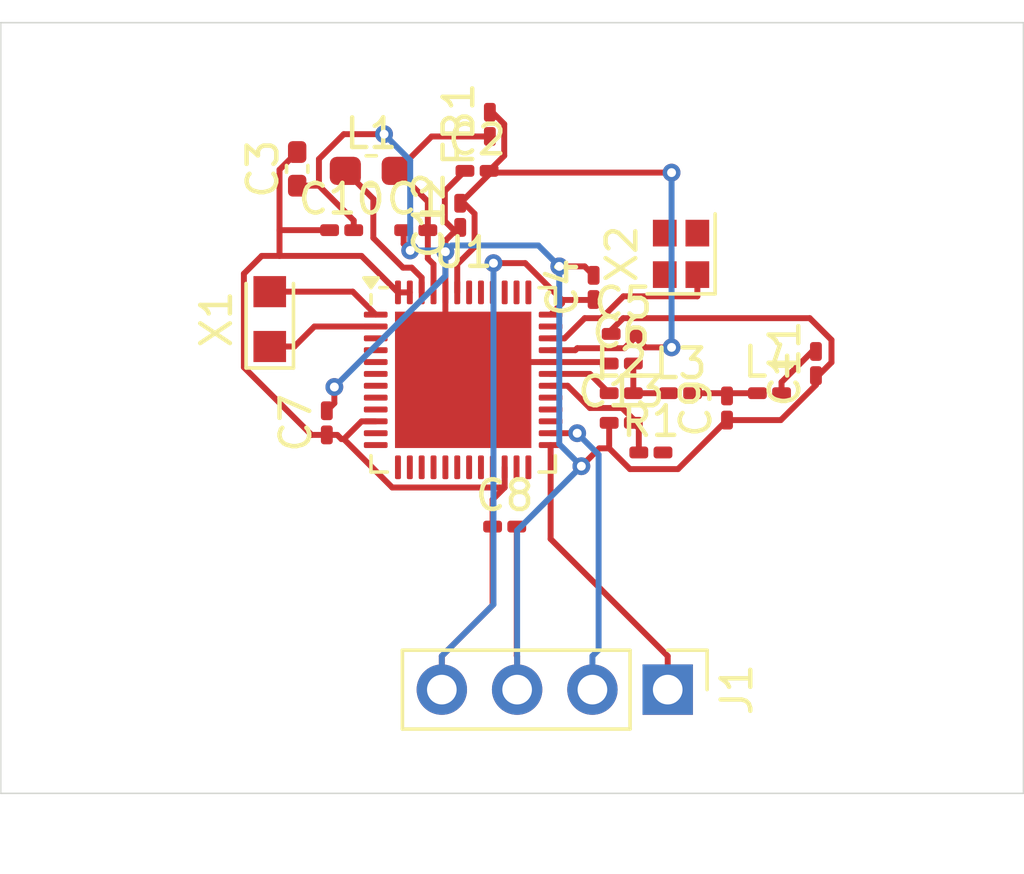
<source format=kicad_pcb>
(kicad_pcb (version 20241229) (generator "pcbnew") (generator_version "9.0")
  (layers (0 "F.Cu" signal) (2 "B.Cu" signal) (13 "F.Paste" user) (15 "B.Paste" user) (5 "F.SilkS" user "F.Silkscreen") (7 "B.SilkS" user "B.Silkscreen") (1 "F.Mask" user) (3 "B.Mask" user) (25 "Edge.Cuts" user))
  (property "ADDRESS1" "")
  (property "ADDRESS2" "")
  (property "ADDRESS3" "")
  (property "ADDRESS4" "")
  (property "APPLICATION_BUILDNUMBER" "")
  (property "APPROVEDBY" "")
  (property "AUTHOR" "=Designer")
  (property "CHECKEDBY" "")
  (property "CONFIGURATIONPARAMETERS" "")
  (property "CONFIGURATORNAME" "")
  (property "CURRENTDATE" "")
  (property "CURRENTTIME" "")
  (property "DEVICE" "nRF54L15-QFAA")
  (property "DOCUMENTFULLPATHANDNAME" "")
  (property "DOCUMENTNAME" "")
  (property "DOCUMENTNUMBER" "1")
  (property "DOCUMENTSIZE" "A4")
  (property "DRAWNBY" "=Designer")
  (property "ENGINEER" "")
  (property "IMAGEPATH" "")
  (property "ISUSERCONFIGURABLE" "")
  (property "MODIFIEDDATE" "")
  (property "ORGANIZATION" "Nordic Semiconductor")
  (property "PROJECTNAME" "=ProjectName")
  (property "REFLAYOUTTITLE" "Reference Layout")
  (property "SHEETTOTAL" "1")
  (property "SPICEMODELCACHE" "")
  (property "TIME" "")
  (property "VERSIONCONTROL_PROJFOLDERREVNUMBER" "")
  (property "VERSIONCONTROL_REVNUMBER" "")
  (net 0 "")
  (net 1 "GND")
  (net 2 "/DECD")
  (net 3 "/DECA")
  (net 4 "VDD_nRF")
  (net 5 "Net-(C6-Pad2)")
  (net 6 "Net-(C9-Pad2)")
  (net 7 "/RF")
  (net 8 "Net-(U1A-~{RESET})")
  (net 9 "/DCC")
  (net 10 "Net-(U1A-ANT)")
  (net 11 "/NRESET")
  (net 12 "/P2.06")
  (net 13 "/P1.02{slash}NFC1")
  (net 14 "/P1.05{slash}AIN1")
  (net 15 "/XC2")
  (net 16 "/P1.07{slash}AIN3")
  (net 17 "/P2.08")
  (net 18 "/P2.07")
  (net 19 "/P1.01{slash}XL2")
  (net 20 "/P1.04{slash}AIN0")
  (net 21 "/P1.00{slash}XL1")
  (net 22 "/P1.08")
  (net 23 "/P2.03")
  (net 24 "/P1.10")
  (net 25 "/P1.03{slash}NFC2")
  (net 26 "/P1.11")
  (net 27 "/P0.00")
  (net 28 "/P2.01")
  (net 29 "/P2.04")
  (net 30 "/P1.13")
  (net 31 "/P0.02")
  (net 32 "/XC1")
  (net 33 "/P2.02")
  (net 34 "/P0.03")
  (net 35 "/P2.00")
  (net 36 "/P0.04")
  (net 37 "/P1.06{slash}AIN2")
  (net 38 "/P2.10")
  (net 39 "/SWDCLK")
  (net 40 "/SWDIO")
  (net 41 "/P2.05")
  (net 42 "/P2.09")
  (net 43 "/P1.12")
  (net 44 "/P1.14")
  (net 45 "/P1.09")
  (net 46 "/P0.01")
  (footprint "Capacitor_SMD:C_0402_1005Metric_Pad0.74x0.62mm_HandSolder" (layer "F.Cu") (at 115 78.4325 90)
    (property "Reference" "C3" (at 0 -1.16 90) (layer "F.SilkS"))
    (property "Value" "10µF")
    (fp_line (start -0.115835 -0.36) (end 0.115835 -0.36) (stroke (width 0.12)) (layer "F.SilkS"))
    (fp_line (start -0.115835 0.36) (end 0.115835 0.36) (stroke (width 0.12)) (layer "F.SilkS"))
    (pad "1" smd roundrect (at -0.5675 0 90) (size 0.735 0.62) (layers "F.Cu" "F.Mask" "F.Paste") (net 1 "GND"))
    (pad "2" smd roundrect (at 0.5675 0 90) (size 0.735 0.62) (layers "F.Cu" "F.Mask" "F.Paste") (net 4 "VDD_nRF"))
  )
  (footprint "Inductor_SMD:L_0603_1608Metric_Pad1.05x0.95mm_HandSolder" (layer "F.Cu") (at 117.5 78.5)
    (property "Reference" "L1" (at -0.0025 -1.26 0) (layer "F.SilkS"))
    (property "Value" "4.7µH")
    (fp_line (start -0.171267 -0.51) (end 0.171267 -0.51) (stroke (width 0.12)) (layer "F.SilkS"))
    (fp_line (start -0.171267 0.51) (end 0.171267 0.51) (stroke (width 0.12)) (layer "F.SilkS"))
    (pad "1" smd roundrect (at -0.875 0) (size 1.05 0.95) (layers "F.Cu" "F.Mask" "F.Paste") (net 9 "/DCC"))
    (pad "2" smd roundrect (at 0.875 0) (size 1.05 0.95) (layers "F.Cu" "F.Mask" "F.Paste") (net 2 "/DECD"))
  )
  (footprint "Connector_PinHeader_2.54mm:PinHeader_1x04_P2.54mm_Vertical" (layer "F.Cu") (at 127.5 96 -90)
    (property "Reference" "J1" (at 0 -2.33 90) (layer "F.SilkS"))
    (property "Value" "Conn_01x04_Pin")
    (fp_line (start -1.33 8.95) (end 1.33 8.95) (stroke (width 0.12)) (layer "F.SilkS"))
    (fp_line (start -1.33 1.27) (end -1.33 8.95) (stroke (width 0.12)) (layer "F.SilkS"))
    (fp_line (start -1.33 1.27) (end 1.33 1.27) (stroke (width 0.12)) (layer "F.SilkS"))
    (fp_line (start 1.33 1.27) (end 1.33 8.95) (stroke (width 0.12)) (layer "F.SilkS"))
    (fp_line (start -1.33 0) (end -1.33 -1.33) (stroke (width 0.12)) (layer "F.SilkS"))
    (fp_line (start -1.33 -1.33) (end 0 -1.33) (stroke (width 0.12)) (layer "F.SilkS"))
    (pad "1" thru_hole rect (at 0 0 270) (size 1.7 1.7) (drill 1) (layers "*.Cu" "*.Mask") (net 40 "/SWDIO"))
    (pad "2" thru_hole oval (at 0 2.54 270) (size 1.7 1.7) (drill 1) (layers "*.Cu" "*.Mask") (net 39 "/SWDCLK"))
    (pad "3" thru_hole oval (at 0 5.08 270) (size 1.7 1.7) (drill 1) (layers "*.Cu" "*.Mask") (net 1 "GND"))
    (pad "4" thru_hole oval (at 0 7.62 270) (size 1.7 1.7) (drill 1) (layers "*.Cu" "*.Mask") (net 4 "VDD_nRF"))
  )
  (footprint "Capacitor_SMD:C_0201_0603Metric_Pad0.64x0.40mm_HandSolder" (layer "F.Cu") (at 122 90.5)
    (property "Reference" "C8" (at 0 -1.05 0) (layer "F.SilkS"))
    (property "Value" "100nF")
    (pad "1" smd roundrect (at -0.4075 0) (size 0.635 0.4) (layers "F.Cu" "F.Mask") (net 4 "VDD_nRF"))
    (pad "2" smd roundrect (at 0.4075 0) (size 0.635 0.4) (layers "F.Cu" "F.Mask") (net 1 "GND"))
  )
  (footprint "Crystal:Crystal_SMD_2012-2Pin_2.0x1.2mm_HandSoldering" (layer "F.Cu") (at 114.075 83.5 90)
    (property "Reference" "X1" (at 0 -1.8 90) (layer "F.SilkS"))
    (property "Value" "32.768kHz")
    (fp_line (start 1.2 -0.8) (end -1.65 -0.8) (stroke (width 0.12)) (layer "F.SilkS"))
    (fp_line (start -1.65 -0.8) (end -1.65 0.8) (stroke (width 0.12)) (layer "F.SilkS"))
    (fp_line (start -1.65 0.8) (end 1.2 0.8) (stroke (width 0.12)) (layer "F.SilkS"))
    (pad "1" smd rect (at -0.925 0 90) (size 1.05 1.1) (layers "F.Cu" "F.Mask" "F.Paste") (net 19 "/P1.01{slash}XL2"))
    (pad "2" smd rect (at 0.925 0 90) (size 1.05 1.1) (layers "F.Cu" "F.Mask" "F.Paste") (net 21 "/P1.00{slash}XL1"))
  )
  (footprint "Resistor_SMD:R_0201_0603Metric_Pad0.64x0.40mm_HandSolder" (layer "F.Cu") (at 126.9325 88)
    (property "Reference" "R1" (at 0 -1.05 0) (layer "F.SilkS"))
    (property "Value" "1k")
    (pad "1" smd roundrect (at -0.4075 0) (size 0.635 0.4) (layers "F.Cu" "F.Mask") (net 8 "Net-(U1A-~{RESET})"))
    (pad "2" smd roundrect (at 0.4075 0) (size 0.635 0.4) (layers "F.Cu" "F.Mask") (net 11 "/NRESET"))
  )
  (footprint "Capacitor_SMD:C_0201_0603Metric_Pad0.64x0.40mm_HandSolder" (layer "F.Cu") (at 126 84)
    (property "Reference" "C5" (at 0 -1.05 0) (layer "F.SilkS"))
    (property "Value" "2.2nF")
    (pad "1" smd roundrect (at -0.4075 0) (size 0.635 0.4) (layers "F.Cu" "F.Mask") (net 1 "GND"))
    (pad "2" smd roundrect (at 0.4075 0) (size 0.635 0.4) (layers "F.Cu" "F.Mask") (net 3 "/DECA"))
  )
  (footprint "Inductor_SMD:L_0201_0603Metric_Pad0.64x0.40mm_HandSolder" (layer "F.Cu") (at 130.9325 86)
    (property "Reference" "L4" (at 0 -1.05 0) (layer "F.SilkS"))
    (property "Value" "3.5nH")
    (pad "1" smd roundrect (at -0.4075 0) (size 0.635 0.4) (layers "F.Cu" "F.Mask") (net 6 "Net-(C9-Pad2)"))
    (pad "2" smd roundrect (at 0.4075 0) (size 0.635 0.4) (layers "F.Cu" "F.Mask") (net 7 "/RF"))
  )
  (footprint "Crystal:Crystal_SMD_2016-4Pin_2.0x1.6mm" (layer "F.Cu") (at 127.95 81.3 90)
    (property "Reference" "X2" (at 0 -2 90) (layer "F.SilkS"))
    (property "Value" "32MHz")
    (fp_line (start -1.35 -1.15) (end -1.35 1.15) (stroke (width 0.12)) (layer "F.SilkS"))
    (fp_line (start -1.35 1.15) (end 1.35 1.15) (stroke (width 0.12)) (layer "F.SilkS"))
    (pad "1" smd rect (at -0.7 0.55 90) (size 0.9 0.8) (layers "F.Cu" "F.Mask" "F.Paste") (net 32 "/XC1"))
    (pad "2" smd rect (at 0.7 0.55 90) (size 0.9 0.8) (layers "F.Cu" "F.Mask" "F.Paste"))
    (pad "3" smd rect (at 0.7 -0.55 90) (size 0.9 0.8) (layers "F.Cu" "F.Mask" "F.Paste") (net 15 "/XC2"))
    (pad "4" smd rect (at -0.7 -0.55 90) (size 0.9 0.8) (layers "F.Cu" "F.Mask" "F.Paste"))
  )
  (footprint "Inductor_SMD:L_0201_0603Metric_Pad0.64x0.40mm_HandSolder" (layer "F.Cu") (at 121.5 76.9325 90)
    (property "Reference" "FB1" (at 0 -1.05 90) (layer "F.SilkS"))
    (property "Value" "120R/0.2A")
    (pad "1" smd roundrect (at -0.4075 0 90) (size 0.635 0.4) (layers "F.Cu" "F.Mask") (net 2 "/DECD"))
    (pad "2" smd roundrect (at 0.4075 0 90) (size 0.635 0.4) (layers "F.Cu" "F.Mask") (net 3 "/DECA"))
  )
  (footprint "Capacitor_SMD:C_0201_0603Metric_Pad0.64x0.40mm_HandSolder" (layer "F.Cu") (at 125 82.4325 90)
    (property "Reference" "C4" (at 0 -1.05 90) (layer "F.SilkS"))
    (property "Value" "100nF")
    (pad "1" smd roundrect (at -0.4075 0 90) (size 0.635 0.4) (layers "F.Cu" "F.Mask") (net 4 "VDD_nRF"))
    (pad "2" smd roundrect (at 0.4075 0 90) (size 0.635 0.4) (layers "F.Cu" "F.Mask") (net 1 "GND"))
  )
  (footprint "Capacitor_SMD:C_0201_0603Metric_Pad0.64x0.40mm_HandSolder" (layer "F.Cu") (at 116.5 80.5)
    (property "Reference" "C10" (at 0 -1.05 0) (layer "F.SilkS"))
    (property "Value" "100nF")
    (pad "1" smd roundrect (at -0.4075 0) (size 0.635 0.4) (layers "F.Cu" "F.Mask") (net 4 "VDD_nRF"))
    (pad "2" smd roundrect (at 0.4075 0) (size 0.635 0.4) (layers "F.Cu" "F.Mask") (net 1 "GND"))
  )
  (footprint "Inductor_SMD:L_0201_0603Metric_Pad0.64x0.40mm_HandSolder" (layer "F.Cu") (at 127.9325 86)
    (property "Reference" "L3" (at 0 -1 0) (layer "F.SilkS"))
    (property "Value" "3.5nH")
    (pad "1" smd roundrect (at -0.4075 0) (size 0.635 0.4) (layers "F.Cu" "F.Mask") (net 5 "Net-(C6-Pad2)"))
    (pad "2" smd roundrect (at 0.4075 0) (size 0.635 0.4) (layers "F.Cu" "F.Mask") (net 6 "Net-(C9-Pad2)"))
  )
  (footprint "Capacitor_SMD:C_0201_0603Metric_Pad0.64x0.40mm_HandSolder" (layer "F.Cu") (at 132.5 85 90)
    (property "Reference" "C11" (at 0 -1.05 90) (layer "F.SilkS"))
    (property "Value" "0.3pF")
    (pad "1" smd roundrect (at -0.4075 0 90) (size 0.635 0.4) (layers "F.Cu" "F.Mask") (net 1 "GND"))
    (pad "2" smd roundrect (at 0.4075 0 90) (size 0.635 0.4) (layers "F.Cu" "F.Mask") (net 7 "/RF"))
  )
  (footprint "Capacitor_SMD:C_0201_0603Metric_Pad0.64x0.40mm_HandSolder" (layer "F.Cu") (at 119 80.5)
    (property "Reference" "C1" (at 0 -1.05 0) (layer "F.SilkS"))
    (property "Value" "2.2µF")
    (pad "1" smd roundrect (at -0.4075 0) (size 0.635 0.4) (layers "F.Cu" "F.Mask") (net 1 "GND"))
    (pad "2" smd roundrect (at 0.4075 0) (size 0.635 0.4) (layers "F.Cu" "F.Mask") (net 2 "/DECD"))
  )
  (footprint "Inductor_SMD:L_0201_0603Metric_Pad0.64x0.40mm_HandSolder" (layer "F.Cu") (at 125.9325 86)
    (property "Reference" "L2" (at 0 -1.05 0) (layer "F.SilkS"))
    (property "Value" "2.7nH")
    (pad "1" smd roundrect (at -0.4075 0) (size 0.635 0.4) (layers "F.Cu" "F.Mask") (net 10 "Net-(U1A-ANT)"))
    (pad "2" smd roundrect (at 0.4075 0) (size 0.635 0.4) (layers "F.Cu" "F.Mask") (net 5 "Net-(C6-Pad2)"))
  )
  (footprint "Capacitor_SMD:C_0201_0603Metric_Pad0.64x0.40mm_HandSolder" (layer "F.Cu") (at 120.5 80 90)
    (property "Reference" "C12" (at 0 -1.05 90) (layer "F.SilkS"))
    (property "Value" "10nF")
    (pad "1" smd roundrect (at -0.4075 0 90) (size 0.635 0.4) (layers "F.Cu" "F.Mask") (net 1 "GND"))
    (pad "2" smd roundrect (at 0.4075 0 90) (size 0.635 0.4) (layers "F.Cu" "F.Mask") (net 3 "/DECA"))
  )
  (footprint "Capacitor_SMD:C_0201_0603Metric_Pad0.64x0.40mm_HandSolder" (layer "F.Cu") (at 125.9325 85)
    (property "Reference" "C6" (at 0 -1.05 0) (layer "F.SilkS"))
    (property "Value" "1.5pF")
    (pad "1" smd roundrect (at -0.4075 0) (size 0.635 0.4) (layers "F.Cu" "F.Mask") (net 1 "GND"))
    (pad "2" smd roundrect (at 0.4075 0) (size 0.635 0.4) (layers "F.Cu" "F.Mask") (net 5 "Net-(C6-Pad2)"))
  )
  (footprint "Capacitor_SMD:C_0201_0603Metric_Pad0.64x0.40mm_HandSolder" (layer "F.Cu") (at 129.5 86.5 90)
    (property "Reference" "C9" (at 0 -1.05 90) (layer "F.SilkS"))
    (property "Value" "2.0pF")
    (pad "1" smd roundrect (at -0.4075 0 90) (size 0.635 0.4) (layers "F.Cu" "F.Mask") (net 1 "GND"))
    (pad "2" smd roundrect (at 0.4075 0 90) (size 0.635 0.4) (layers "F.Cu" "F.Mask") (net 6 "Net-(C9-Pad2)"))
  )
  (footprint "Package_DFN_QFN:QFN-48-1EP_6x6mm_P0.4mm_EP4.6x4.6mm" (layer "F.Cu") (at 120.6 85.55)
    (property "Reference" "U1" (at 0 -4.3 0) (layer "F.SilkS"))
    (property "Value" "nRF54L15-QFAA")
    (fp_line (start -3.11 -2.56) (end -3.11 -2.87) (stroke (width 0.12)) (layer "F.SilkS"))
    (fp_line (start -3.11 3.11) (end -3.11 2.56) (stroke (width 0.12)) (layer "F.SilkS"))
    (fp_line (start -2.56 -3.11) (end -2.81 -3.11) (stroke (width 0.12)) (layer "F.SilkS"))
    (fp_line (start -2.56 3.11) (end -3.11 3.11) (stroke (width 0.12)) (layer "F.SilkS"))
    (fp_line (start 2.56 -3.11) (end 3.11 -3.11) (stroke (width 0.12)) (layer "F.SilkS"))
    (fp_line (start 2.56 3.11) (end 3.11 3.11) (stroke (width 0.12)) (layer "F.SilkS"))
    (fp_line (start 3.11 -3.11) (end 3.11 -2.56) (stroke (width 0.12)) (layer "F.SilkS"))
    (fp_line (start 3.11 3.11) (end 3.11 2.56) (stroke (width 0.12)) (layer "F.SilkS"))
    (fp_poly (pts (xy -3.11 -3.11) (xy -3.35 -3.44) (xy -2.87 -3.44) (xy -3.11 -3.11)) (stroke (width 0.12)) (fill yes) (layer "F.SilkS"))
    (pad "1" smd roundrect (at -2.95 -2.2) (size 0.8 0.2) (layers "F.Cu" "F.Mask" "F.Paste") (net 21 "/P1.00{slash}XL1"))
    (pad "2" smd roundrect (at -2.95 -1.8) (size 0.8 0.2) (layers "F.Cu" "F.Mask" "F.Paste") (net 19 "/P1.01{slash}XL2"))
    (pad "3" smd roundrect (at -2.95 -1.4) (size 0.8 0.2) (layers "F.Cu" "F.Mask" "F.Paste") (net 13 "/P1.02{slash}NFC1"))
    (pad "4" smd roundrect (at -2.95 -1) (size 0.8 0.2) (layers "F.Cu" "F.Mask" "F.Paste") (net 25 "/P1.03{slash}NFC2"))
    (pad "5" smd roundrect (at -2.95 -0.6) (size 0.8 0.2) (layers "F.Cu" "F.Mask" "F.Paste") (net 20 "/P1.04{slash}AIN0"))
    (pad "6" smd roundrect (at -2.95 -0.2) (size 0.8 0.2) (layers "F.Cu" "F.Mask" "F.Paste") (net 14 "/P1.05{slash}AIN1"))
    (pad "7" smd roundrect (at -2.95 0.2) (size 0.8 0.2) (layers "F.Cu" "F.Mask" "F.Paste") (net 37 "/P1.06{slash}AIN2"))
    (pad "8" smd roundrect (at -2.95 0.6) (size 0.8 0.2) (layers "F.Cu" "F.Mask" "F.Paste") (net 16 "/P1.07{slash}AIN3"))
    (pad "9" smd roundrect (at -2.95 1) (size 0.8 0.2) (layers "F.Cu" "F.Mask" "F.Paste") (net 22 "/P1.08"))
    (pad "10" smd roundrect (at -2.95 1.4) (size 0.8 0.2) (layers "F.Cu" "F.Mask" "F.Paste") (net 4 "VDD_nRF"))
    (pad "11" smd roundrect (at -2.95 1.8) (size 0.8 0.2) (layers "F.Cu" "F.Mask" "F.Paste") (net 35 "/P2.00"))
    (pad "12" smd roundrect (at -2.95 2.2) (size 0.8 0.2) (layers "F.Cu" "F.Mask" "F.Paste") (net 28 "/P2.01"))
    (pad "13" smd roundrect (at -2.2 2.95) (size 0.2 0.8) (layers "F.Cu" "F.Mask" "F.Paste") (net 33 "/P2.02"))
    (pad "14" smd roundrect (at -1.8 2.95) (size 0.2 0.8) (layers "F.Cu" "F.Mask" "F.Paste") (net 23 "/P2.03"))
    (pad "15" smd roundrect (at -1.4 2.95) (size 0.2 0.8) (layers "F.Cu" "F.Mask" "F.Paste") (net 29 "/P2.04"))
    (pad "16" smd roundrect (at -1 2.95) (size 0.2 0.8) (layers "F.Cu" "F.Mask" "F.Paste") (net 41 "/P2.05"))
    (pad "17" smd roundrect (at -0.6 2.95) (size 0.2 0.8) (layers "F.Cu" "F.Mask" "F.Paste") (net 12 "/P2.06"))
    (pad "18" smd roundrect (at -0.2 2.95) (size 0.2 0.8) (layers "F.Cu" "F.Mask" "F.Paste") (net 18 "/P2.07"))
    (pad "19" smd roundrect (at 0.2 2.95) (size 0.2 0.8) (layers "F.Cu" "F.Mask" "F.Paste") (net 17 "/P2.08"))
    (pad "20" smd roundrect (at 0.6 2.95) (size 0.2 0.8) (layers "F.Cu" "F.Mask" "F.Paste") (net 42 "/P2.09"))
    (pad "21" smd roundrect (at 1 2.95) (size 0.2 0.8) (layers "F.Cu" "F.Mask" "F.Paste") (net 38 "/P2.10"))
    (pad "22" smd roundrect (at 1.4 2.95) (size 0.2 0.8) (layers "F.Cu" "F.Mask" "F.Paste") (net 4 "VDD_nRF"))
    (pad "23" smd roundrect (at 1.8 2.95) (size 0.2 0.8) (layers "F.Cu" "F.Mask" "F.Paste") (net 27 "/P0.00"))
    (pad "24" smd roundrect (at 2.2 2.95) (size 0.2 0.8) (layers "F.Cu" "F.Mask" "F.Paste") (net 46 "/P0.01"))
    (pad "25" smd roundrect (at 2.95 2.2) (size 0.8 0.2) (layers "F.Cu" "F.Mask" "F.Paste") (net 40 "/SWDIO"))
    (pad "26" smd roundrect (at 2.95 1.8) (size 0.8 0.2) (layers "F.Cu" "F.Mask" "F.Paste") (net 39 "/SWDCLK"))
    (pad "27" smd roundrect (at 2.95 1.4) (size 0.8 0.2) (layers "F.Cu" "F.Mask" "F.Paste") (net 31 "/P0.02"))
    (pad "28" smd roundrect (at 2.95 1) (size 0.8 0.2) (layers "F.Cu" "F.Mask" "F.Paste") (net 34 "/P0.03"))
    (pad "29" smd roundrect (at 2.95 0.6) (size 0.8 0.2) (layers "F.Cu" "F.Mask" "F.Paste") (net 36 "/P0.04"))
    (pad "30" smd roundrect (at 2.95 0.2) (size 0.8 0.2) (layers "F.Cu" "F.Mask" "F.Paste") (net 8 "Net-(U1A-~{RESET})"))
    (pad "31" smd roundrect (at 2.95 -0.2) (size 0.8 0.2) (layers "F.Cu" "F.Mask" "F.Paste") (net 10 "Net-(U1A-ANT)"))
    (pad "32" smd roundrect (at 2.95 -0.6) (size 0.8 0.2) (layers "F.Cu" "F.Mask" "F.Paste") (net 1 "GND"))
    (pad "33" smd roundrect (at 2.95 -1) (size 0.8 0.2) (layers "F.Cu" "F.Mask" "F.Paste") (net 3 "/DECA"))
    (pad "34" smd roundrect (at 2.95 -1.4) (size 0.8 0.2) (layers "F.Cu" "F.Mask" "F.Paste") (net 32 "/XC1"))
    (pad "35" smd roundrect (at 2.95 -1.8) (size 0.8 0.2) (layers "F.Cu" "F.Mask" "F.Paste") (net 15 "/XC2"))
    (pad "36" smd roundrect (at 2.95 -2.2) (size 0.8 0.2) (layers "F.Cu" "F.Mask" "F.Paste") (net 4 "VDD_nRF"))
    (pad "37" smd roundrect (at 2.2 -2.95) (size 0.2 0.8) (layers "F.Cu" "F.Mask" "F.Paste") (net 45 "/P1.09"))
    (pad "38" smd roundrect (at 1.8 -2.95) (size 0.2 0.8) (layers "F.Cu" "F.Mask" "F.Paste") (net 24 "/P1.10"))
    (pad "39" smd roundrect (at 1.4 -2.95) (size 0.2 0.8) (layers "F.Cu" "F.Mask" "F.Paste") (net 26 "/P1.11"))
    (pad "40" smd roundrect (at 1 -2.95) (size 0.2 0.8) (layers "F.Cu" "F.Mask" "F.Paste") (net 43 "/P1.12"))
    (pad "41" smd roundrect (at 0.6 -2.95) (size 0.2 0.8) (layers "F.Cu" "F.Mask" "F.Paste") (net 30 "/P1.13"))
    (pad "42" smd roundrect (at 0.2 -2.95) (size 0.2 0.8) (layers "F.Cu" "F.Mask" "F.Paste") (net 44 "/P1.14"))
    (pad "43" smd roundrect (at -0.2 -2.95) (size 0.2 0.8) (layers "F.Cu" "F.Mask" "F.Paste") (net 3 "/DECA"))
    (pad "44" smd roundrect (at -0.6 -2.95) (size 0.2 0.8) (layers "F.Cu" "F.Mask" "F.Paste") (net 1 "GND"))
    (pad "45" smd roundrect (at -1 -2.95) (size 0.2 0.8) (layers "F.Cu" "F.Mask" "F.Paste") (net 2 "/DECD"))
    (pad "46" smd roundrect (at -1.4 -2.95) (size 0.2 0.8) (layers "F.Cu" "F.Mask" "F.Paste") (net 9 "/DCC"))
    (pad "47" smd roundrect (at -1.8 -2.95) (size 0.2 0.8) (layers "F.Cu" "F.Mask" "F.Paste") (net 4 "VDD_nRF"))
    (pad "48" smd roundrect (at -2.2 -2.95) (size 0.2 0.8) (layers "F.Cu" "F.Mask" "F.Paste") (net 4 "VDD_nRF"))
    (pad "49" smd rect (at 0 0) (size 4.6 4.6) (property pad_prop_heatsink) (layers "F.Cu" "F.Mask") (net 1 "GND"))
  )
  (footprint "Capacitor_SMD:C_0201_0603Metric_Pad0.64x0.40mm_HandSolder" (layer "F.Cu") (at 116 87 90)
    (property "Reference" "C7" (at 0 -1.05 90) (layer "F.SilkS"))
    (property "Value" "100nF")
    (pad "1" smd roundrect (at -0.4075 0 90) (size 0.635 0.4) (layers "F.Cu" "F.Mask") (net 4 "VDD_nRF"))
    (pad "2" smd roundrect (at 0.4075 0 90) (size 0.635 0.4) (layers "F.Cu" "F.Mask") (net 1 "GND"))
  )
  (footprint "Capacitor_SMD:C_0201_0603Metric_Pad0.64x0.40mm_HandSolder" (layer "F.Cu") (at 125.9325 87)
    (property "Reference" "C13" (at 0 -1.05 0) (layer "F.SilkS"))
    (property "Value" "3.9pF")
    (pad "1" smd roundrect (at -0.4075 0) (size 0.635 0.4) (layers "F.Cu" "F.Mask") (net 1 "GND"))
    (pad "2" smd roundrect (at 0.4075 0) (size 0.635 0.4) (layers "F.Cu" "F.Mask") (net 8 "Net-(U1A-~{RESET})"))
  )
  (footprint "Capacitor_SMD:C_0201_0603Metric_Pad0.64x0.40mm_HandSolder" (layer "F.Cu") (at 121.0675 78.5)
    (property "Reference" "C2" (at 0 -1.05 0) (layer "F.SilkS"))
    (property "Value" "2.2µF")
    (pad "1" smd roundrect (at -0.4075 0) (size 0.635 0.4) (layers "F.Cu" "F.Mask") (net 1 "GND"))
    (pad "2" smd roundrect (at 0.4075 0) (size 0.635 0.4) (layers "F.Cu" "F.Mask") (net 3 "/DECA"))
  )
  (gr_rect (start 105 73.5) (end 139.5 99.5) (stroke (width 0.05)) (fill no) (layer "Edge.Cuts"))
  (segment (start 115.7339 79) (end 115 79) (width 0.2) (layer "F.Cu") (net 1))
  (segment (start 120.5 80.4075) (end 120.3726 80.5349) (width 0.2) (layer "F.Cu") (net 1))
  (segment (start 125.5925 84) (end 125.5925 83.8758) (width 0.2) (layer "F.Cu") (net 1))
  (segment (start 119.9811 79.1789) (end 120.66 78.5) (width 0.2) (layer "F.Cu") (net 1))
  (segment (start 124.6968 81.7218) (end 123.8415 81.7218) (width 0.2) (layer "F.Cu") (net 1))
  (segment (start 115.7339 79) (end 115.7339 78.1011) (width 0.2) (layer "F.Cu") (net 1))
  (segment (start 118.5925 80.9642) (end 118.8125 81.1842) (width 0.2) (layer "F.Cu") (net 1))
  (segment (start 125.5925 83.8758) (end 125.9994 83.4689) (width 0.2) (layer "F.Cu") (net 1))
  (segment (start 132.5 85.4075) (end 132.5 85.7225) (width 0.2) (layer "F.Cu") (net 1))
  (segment (start 132.5787 85.4075) (end 132.5 85.4075) (width 0.2) (layer "F.Cu") (net 1))
  (segment (start 116 86.5925) (end 116.2541 86.3384) (width 0.2) (layer "F.Cu") (net 1))
  (segment (start 133.0245 84.9617) (end 132.5787 85.4075) (width 0.2) (layer "F.Cu") (net 1))
  (segment (start 125.525 87) (end 125.525 87.8601) (width 0.2) (layer "F.Cu") (net 1))
  (segment (start 125.525 87.8601) (end 126.2261 88.5612) (width 0.2) (layer "F.Cu") (net 1))
  (segment (start 122.42 96) (end 122.42 94.8683) (width 0.2) (layer "F.Cu") (net 1))
  (segment (start 120.3726 80.5349) (end 120.321 80.5349) (width 0.2) (layer "F.Cu") (net 1))
  (segment (start 125.1904 87.8601) (end 125.525 87.8601) (width 0.2) (layer "F.Cu") (net 1))
  (segment (start 120 80.8559) (end 120 81.2279) (width 0.2) (layer "F.Cu") (net 1))
  (segment (start 122.4075 94.8558) (end 122.42 94.8683) (width 0.2) (layer "F.Cu") (net 1))
  (segment (start 116.5725 77.2625) (end 117.9313 77.2625) (width 0.2) (layer "F.Cu") (net 1))
  (segment (start 120 83.75) (end 121.2 84.95) (width 0.2) (layer "F.Cu") (net 1))
  (segment (start 133.0245 84.2024) (end 133.0245 84.9617) (width 0.2) (layer "F.Cu") (net 1))
  (segment (start 119.9811 80.195) (end 119.9811 79.1789) (width 0.2) (layer "F.Cu") (net 1))
  (segment (start 120.6 85.55) (end 121.2 84.95) (width 0.2) (layer "F.Cu") (net 1))
  (segment (start 123.55 84.95) (end 125.475 84.95) (width 0.2) (layer "F.Cu") (net 1))
  (segment (start 118.5925 80.5) (end 118.5925 80.9642) (width 0.2) (layer "F.Cu") (net 1))
  (segment (start 126.2261 88.5612) (end 127.8463 88.5612) (width 0.2) (layer "F.Cu") (net 1))
  (segment (start 120 82.6) (end 120 83.75) (width 0.2) (layer "F.Cu") (net 1))
  (segment (start 116.9075 80.5) (end 116.9075 80.1736) (width 0.2) (layer "F.Cu") (net 1))
  (segment (start 125.9994 83.4689) (end 132.291 83.4689) (width 0.2) (layer "F.Cu") (net 1))
  (segment (start 125.475 84.95) (end 125.525 85) (width 0.2) (layer "F.Cu") (net 1))
  (segment (start 120 81.2279) (end 120 82.6) (width 0.2) (layer "F.Cu") (net 1))
  (segment (start 125 82.025) (end 124.6968 81.7218) (width 0.2) (layer "F.Cu") (net 1))
  (segment (start 115.7339 78.1011) (end 116.5725 77.2625) (width 0.2) (layer "F.Cu") (net 1))
  (segment (start 120.321 80.5349) (end 119.9811 80.195) (width 0.2) (layer "F.Cu") (net 1))
  (segment (start 122.4075 90.5) (end 122.4075 94.8558) (width 0.2) (layer "F.Cu") (net 1))
  (segment (start 116.2541 86.3384) (end 116.2541 85.7916) (width 0.2) (layer "F.Cu") (net 1))
  (segment (start 120.321 80.5349) (end 120 80.8559) (width 0.2) (layer "F.Cu") (net 1))
  (segment (start 116.9075 80.1736) (end 115.7339 79) (width 0.2) (layer "F.Cu") (net 1))
  (segment (start 124.587 88.4635) (end 125.1904 87.8601) (width 0.2) (layer "F.Cu") (net 1))
  (segment (start 132.5 85.7225) (end 131.315 86.9075) (width 0.2) (layer "F.Cu") (net 1))
  (segment (start 121.2 84.95) (end 123.55 84.95) (width 0.2) (layer "F.Cu") (net 1))
  (segment (start 131.315 86.9075) (end 129.5 86.9075) (width 0.2) (layer "F.Cu") (net 1))
  (segment (start 132.291 83.4689) (end 133.0245 84.2024) (width 0.2) (layer "F.Cu") (net 1))
  (segment (start 127.8463 88.5612) (end 129.5 86.9075) (width 0.2) (layer "F.Cu") (net 1))
  (via (at 116.2541 85.7916) (size 0.6) (drill 0.3) (layers "F.Cu" "B.Cu") (net 1))
  (via (at 124.587 88.4635) (size 0.6) (drill 0.3) (layers "F.Cu" "B.Cu") (net 1))
  (via (at 118.8125 81.1842) (size 0.6) (drill 0.3) (layers "F.Cu" "B.Cu") (net 1))
  (via (at 120 81.2279) (size 0.6) (drill 0.3) (layers "F.Cu" "B.Cu") (net 1))
  (via (at 117.9313 77.2625) (size 0.6) (drill 0.3) (layers "F.Cu" "B.Cu") (net 1))
  (via (at 123.8415 81.7218) (size 0.6) (drill 0.3) (layers "F.Cu" "B.Cu") (net 1))
  (segment (start 120 81.2279) (end 120.2117 81.0162) (width 0.2) (layer "B.Cu") (net 1))
  (segment (start 124.587 88.4635) (end 123.8415 87.718) (width 0.2) (layer "B.Cu") (net 1))
  (segment (start 118.8125 81.1842) (end 119.9563 81.1842) (width 0.2) (layer "B.Cu") (net 1))
  (segment (start 120 82.0457) (end 120 81.2279) (width 0.2) (layer "B.Cu") (net 1))
  (segment (start 118.8125 78.1437) (end 117.9313 77.2625) (width 0.2) (layer "B.Cu") (net 1))
  (segment (start 122.42 96) (end 122.42 90.6305) (width 0.2) (layer "B.Cu") (net 1))
  (segment (start 120.2117 81.0162) (end 123.1359 81.0162) (width 0.2) (layer "B.Cu") (net 1))
  (segment (start 123.8415 87.718) (end 123.8415 81.7218) (width 0.2) (layer "B.Cu") (net 1))
  (segment (start 118.8125 81.1842) (end 118.8125 78.1437) (width 0.2) (layer "B.Cu") (net 1))
  (segment (start 116.2541 85.7916) (end 120 82.0457) (width 0.2) (layer "B.Cu") (net 1))
  (segment (start 123.1359 81.0162) (end 123.8415 81.7218) (width 0.2) (layer "B.Cu") (net 1))
  (segment (start 119.9563 81.1842) (end 120 81.2279) (width 0.2) (layer "B.Cu") (net 1))
  (segment (start 122.42 90.6305) (end 124.587 88.4635) (width 0.2) (layer "B.Cu") (net 1))
  (segment (start 119.4075 81.458) (end 119.6 81.6505) (width 0.2) (layer "F.Cu") (net 2))
  (segment (start 119.4075 80.5) (end 119.4075 79.5325) (width 0.2) (layer "F.Cu") (net 2))
  (segment (start 119.4075 80.5) (end 119.4075 81.458) (width 0.2) (layer "F.Cu") (net 2))
  (segment (start 119.535 77.34) (end 118.375 78.5) (width 0.2) (layer "F.Cu") (net 2))
  (segment (start 121.5 77.34) (end 119.535 77.34) (width 0.2) (layer "F.Cu") (net 2))
  (segment (start 119.6 81.6505) (end 119.6 82.6) (width 0.2) (layer "F.Cu") (net 2))
  (segment (start 119.4075 79.5325) (end 118.375 78.5) (width 0.2) (layer "F.Cu") (net 2))
  (segment (start 127.6299 84.4552) (end 126.7463 84.4552) (width 0.2) (layer "F.Cu") (net 3))
  (segment (start 123.55 84.55) (end 124.3822 84.55) (width 0.2) (layer "F.Cu") (net 3))
  (segment (start 124.3822 84.55) (end 124.4501 84.4821) (width 0.2) (layer "F.Cu") (net 3))
  (segment (start 121.5881 76.525) (end 121.9845 76.9214) (width 0.2) (layer "F.Cu") (net 3))
  (segment (start 121.475 78.5587) (end 127.6299 78.5587) (width 0.2) (layer "F.Cu") (net 3))
  (segment (start 120.9844 79.9456) (end 120.6313 79.5925) (width 0.2) (layer "F.Cu") (net 3))
  (segment (start 126.4075 84.1164) (end 126.4075 84) (width 0.2) (layer "F.Cu") (net 3))
  (segment (start 121.475 78.5587) (end 121.475 78.6175) (width 0.2) (layer "F.Cu") (net 3))
  (segment (start 124.4501 84.4821) (end 126.0418 84.4821) (width 0.2) (layer "F.Cu") (net 3))
  (segment (start 126.0418 84.4821) (end 126.4075 84.1164) (width 0.2) (layer "F.Cu") (net 3))
  (segment (start 120.6313 79.5925) (end 120.5 79.5925) (width 0.2) (layer "F.Cu") (net 3))
  (segment (start 121.9845 77.9905) (end 121.475 78.5) (width 0.2) (layer "F.Cu") (net 3))
  (segment (start 120.4 82.6) (end 120.4 81.6506) (width 0.2) (layer "F.Cu") (net 3))
  (segment (start 121.475 78.5) (end 121.475 78.5587) (width 0.2) (layer "F.Cu") (net 3))
  (segment (start 120.9844 81.0662) (end 120.9844 79.9456) (width 0.2) (layer "F.Cu") (net 3))
  (segment (start 121.475 78.6175) (end 120.5 79.5925) (width 0.2) (layer "F.Cu") (net 3))
  (segment (start 126.7463 84.4552) (end 126.4075 84.1164) (width 0.2) (layer "F.Cu") (net 3))
  (segment (start 121.9845 76.9214) (end 121.9845 77.9905) (width 0.2) (layer "F.Cu") (net 3))
  (segment (start 120.4 81.6506) (end 120.9844 81.0662) (width 0.2) (layer "F.Cu") (net 3))
  (segment (start 121.5 76.525) (end 121.5881 76.525) (width 0.2) (layer "F.Cu") (net 3))
  (via (at 127.6299 84.4552) (size 0.6) (drill 0.3) (layers "F.Cu" "B.Cu") (net 3))
  (via (at 127.6299 78.5587) (size 0.6) (drill 0.3) (layers "F.Cu" "B.Cu") (net 3))
  (segment (start 127.6299 84.4552) (end 127.6299 78.5587) (width 0.2) (layer "B.Cu") (net 3))
  (segment (start 114.4046 80.5) (end 114.4046 78.4604) (width 0.2) (layer "F.Cu") (net 4))
  (segment (start 116 87.4075) (end 116.3531 87.4075) (width 0.2) (layer "F.Cu") (net 4))
  (segment (start 116.0925 80.5) (end 114.4046 80.5) (width 0.2) (layer "F.Cu") (net 4))
  (segment (start 119.88 96) (end 119.88 94.8683) (width 0.2) (layer "F.Cu") (net 4))
  (segment (start 113.2024 85.1254) (end 113.2024 81.97) (width 0.2) (layer "F.Cu") (net 4))
  (segment (start 118.2073 89.1819) (end 121.9985 89.1819) (width 0.2) (layer "F.Cu") (net 4))
  (segment (start 119.88 94.8683) (end 121.5925 93.1558) (width 0.2) (layer "F.Cu") (net 4))
  (segment (start 113.8034 81.369) (end 114.4046 81.369) (width 0.2) (layer "F.Cu") (net 4))
  (segment (start 123.9349 82.8547) (end 122.6934 81.6132) (width 0.2) (layer "F.Cu") (net 4))
  (segment (start 122 89.1804) (end 122 88.5) (width 0.2) (layer "F.Cu") (net 4))
  (segment (start 123.9349 82.8547) (end 124.9853 82.8547) (width 0.2) (layer "F.Cu") (net 4))
  (segment (start 113.2024 81.97) (end 113.8034 81.369) (width 0.2) (layer "F.Cu") (net 4))
  (segment (start 114.4046 81.369) (end 114.4046 80.5) (width 0.2) (layer "F.Cu") (net 4))
  (segment (start 116.4945 87.5489) (end 116.5742 87.5489) (width 0.2) (layer "F.Cu") (net 4))
  (segment (start 124.9853 82.8547) (end 125 82.84) (width 0.2) (layer "F.Cu") (net 4))
  (segment (start 116.5742 87.5489) (end 116.5743 87.5488) (width 0.2) (layer "F.Cu") (net 4))
  (segment (start 116.5743 87.5488) (end 118.2073 89.1819) (width 0.2) (layer "F.Cu") (net 4))
  (segment (start 116 87.4075) (end 115.4845 87.4075) (width 0.2) (layer "F.Cu") (net 4))
  (segment (start 121.9985 89.1819) (end 121.5925 89.5879) (width 0.2) (layer "F.Cu") (net 4))
  (segment (start 121.9985 89.1819) (end 122 89.1804) (width 0.2) (layer "F.Cu") (net 4))
  (segment (start 118.8 82.6) (end 118.4 82.6) (width 0.2) (layer "F.Cu") (net 4))
  (segment (start 123.9349 82.9651) (end 123.9349 82.8547) (width 0.2) (layer "F.Cu") (net 4))
  (segment (start 121.5925 89.5879) (end 121.5925 90.5) (width 0.2) (layer "F.Cu") (net 4))
  (segment (start 114.4046 78.4604) (end 115 77.865) (width 0.2) (layer "F.Cu") (net 4))
  (segment (start 122.6934 81.6132) (end 121.6219 81.6132) (width 0.2) (layer "F.Cu") (net 4))
  (segment (start 116.3531 87.4075) (end 116.4945 87.5489) (width 0.2) (layer "F.Cu") (net 4))
  (segment (start 123.55 83.35) (end 123.9349 82.9651) (width 0.2) (layer "F.Cu") (net 4))
  (segment (start 114.4046 81.369) (end 117.169 81.369) (width 0.2) (layer "F.Cu") (net 4))
  (segment (start 115.4845 87.4075) (end 113.2024 85.1254) (width 0.2) (layer "F.Cu") (net 4))
  (segment (start 117.169 81.369) (end 118.4 82.6) (width 0.2) (layer "F.Cu") (net 4))
  (segment (start 121.5925 93.1558) (end 121.5925 90.5) (width 0.2) (layer "F.Cu") (net 4))
  (segment (start 117.1731 86.95) (end 117.65 86.95) (width 0.2) (layer "F.Cu") (net 4))
  (segment (start 116.5743 87.5488) (end 117.1731 86.95) (width 0.2) (layer "F.Cu") (net 4))
  (via (at 121.6219 81.6132) (size 0.6) (drill 0.3) (layers "F.Cu" "B.Cu") (net 4))
  (segment (start 119.88 96) (end 119.88 94.8683) (width 0.2) (layer "B.Cu") (net 4))
  (segment (start 121.6219 81.6132) (end 121.6219 93.1264) (width 0.2) (layer "B.Cu") (net 4))
  (segment (start 121.6219 93.1264) (end 119.88 94.8683) (width 0.2) (layer "B.Cu") (net 4))
  (segment (start 126.34 86) (end 127.525 86) (width 0.2) (layer "F.Cu") (net 5))
  (segment (start 126.34 85) (end 126.34 86) (width 0.2) (layer "F.Cu") (net 5))
  (segment (start 129.5 86.0925) (end 129.5925 86) (width 0.2) (layer "F.Cu") (net 6))
  (segment (start 129.4075 86) (end 129.5 86.0925) (width 0.2) (layer "F.Cu") (net 6))
  (segment (start 128.34 86) (end 129.4075 86) (width 0.2) (layer "F.Cu") (net 6))
  (segment (start 129.5925 86) (end 130.525 86) (width 0.2) (layer "F.Cu") (net 6))
  (segment (start 132.3747 84.5925) (end 131.34 85.6272) (width 0.2) (layer "F.Cu") (net 7))
  (segment (start 131.34 85.6272) (end 131.34 86) (width 0.2) (layer "F.Cu") (net 7))
  (segment (start 132.5 84.5925) (end 132.3747 84.5925) (width 0.2) (layer "F.Cu") (net 7))
  (segment (start 126.34 87) (end 126.525 87.185) (width 0.2) (layer "F.Cu") (net 8))
  (segment (start 124.1242 85.75) (end 124.8742 86.5) (width 0.2) (layer "F.Cu") (net 8))
  (segment (start 123.55 85.75) (end 124.1242 85.75) (width 0.2) (layer "F.Cu") (net 8))
  (segment (start 125.9606 86.5) (end 126.34 86.8794) (width 0.2) (layer "F.Cu") (net 8))
  (segment (start 126.525 87.185) (end 126.525 88) (width 0.2) (layer "F.Cu") (net 8))
  (segment (start 124.8742 86.5) (end 125.9606 86.5) (width 0.2) (layer "F.Cu") (net 8))
  (segment (start 126.34 86.8794) (end 126.34 87) (width 0.2) (layer "F.Cu") (net 8))
  (segment (start 118.5716 81.7659) (end 118.8649 81.7659) (width 0.2) (layer "F.Cu") (net 9))
  (segment (start 118.8649 81.7659) (end 119.2 82.101) (width 0.2) (layer "F.Cu") (net 9))
  (segment (start 116.625 78.5) (end 117.5689 79.4439) (width 0.2) (layer "F.Cu") (net 9))
  (segment (start 119.2 82.101) (end 119.2 82.6) (width 0.2) (layer "F.Cu") (net 9))
  (segment (start 117.5689 79.4439) (end 117.5689 80.7632) (width 0.2) (layer "F.Cu") (net 9))
  (segment (start 117.5689 80.7632) (end 118.5716 81.7659) (width 0.2) (layer "F.Cu") (net 9))
  (segment (start 123.55 85.35) (end 124.875 85.35) (width 0.2) (layer "F.Cu") (net 10))
  (segment (start 124.875 85.35) (end 125.525 86) (width 0.2) (layer "F.Cu") (net 10))
  (segment (start 114.075 84.425) (end 114.9067 84.425) (width 0.2) (layer "F.Cu") (net 19))
  (segment (start 117.65 83.75) (end 115.5817 83.75) (width 0.2) (layer "F.Cu") (net 19))
  (segment (start 115.5817 83.75) (end 114.9067 84.425) (width 0.2) (layer "F.Cu") (net 19))
  (segment (start 116.875 82.575) (end 114.075 82.575) (width 0.2) (layer "F.Cu") (net 21))
  (segment (start 117.65 83.35) (end 116.875 82.575) (width 0.2) (layer "F.Cu") (net 21))
  (segment (start 128.5 82) (end 128.5 82.7317) (width 0.2) (layer "F.Cu") (net 32))
  (segment (start 124.7005 83.4689) (end 125.2696 83.4689) (width 0.2) (layer "F.Cu") (net 32))
  (segment (start 123.55 84.15) (end 124.0194 84.15) (width 0.2) (layer "F.Cu") (net 32))
  (segment (start 124.0194 84.15) (end 124.7005 83.4689) (width 0.2) (layer "F.Cu") (net 32))
  (segment (start 126.0068 82.7317) (end 128.5 82.7317) (width 0.2) (layer "F.Cu") (net 32))
  (segment (start 125.2696 83.4689) (end 126.0068 82.7317) (width 0.2) (layer "F.Cu") (net 32))
  (segment (start 123.55 87.35) (end 124.4461 87.35) (width 0.2) (layer "F.Cu") (net 39))
  (via (at 124.4461 87.35) (size 0.6) (drill 0.3) (layers "F.Cu" "B.Cu") (net 39))
  (segment (start 124.96 96) (end 124.96 94.8683) (width 0.2) (layer "B.Cu") (net 39))
  (segment (start 124.96 94.8683) (end 125.1687 94.6596) (width 0.2) (layer "B.Cu") (net 39))
  (segment (start 125.1687 94.6596) (end 125.1687 88.0726) (width 0.2) (layer "B.Cu") (net 39))
  (segment (start 125.1687 88.0726) (end 124.4461 87.35) (width 0.2) (layer "B.Cu") (net 39))
  (segment (start 127.5 96) (end 127.5 94.8683) (width 0.2) (layer "F.Cu") (net 40))
  (segment (start 123.55 87.75) (end 123.55 90.9183) (width 0.2) (layer "F.Cu") (net 40))
  (segment (start 123.55 90.9183) (end 127.5 94.8683) (width 0.2) (layer "F.Cu") (net 40))
)
</source>
